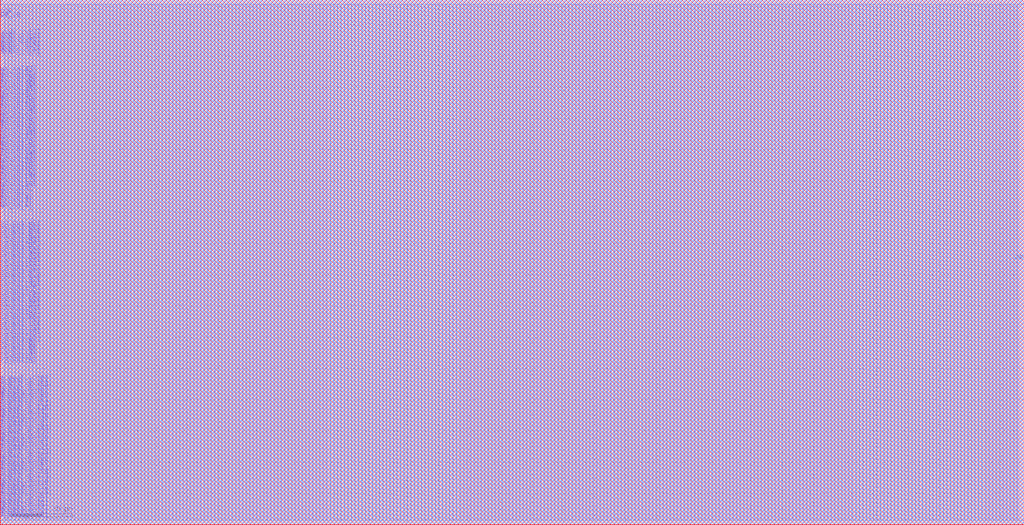
<source format=lef>
VERSION 5.7 ;
BUSBITCHARS "[]" ;
MACRO fakeram65_1024x64
  FOREIGN fakeram65_1024x64 0 0 ;
  SYMMETRY X Y R90 ;
  SIZE 327.300 BY 168.000 ;
  CLASS BLOCK ;
  PIN w_mask_in[0]
    DIRECTION INPUT ;
    USE SIGNAL ;
    SHAPE ABUTMENT ;
    PORT
      LAYER M3 ;
      RECT 0.000 1.365 0.070 1.435 ;
    END
  END w_mask_in[0]
  PIN w_mask_in[1]
    DIRECTION INPUT ;
    USE SIGNAL ;
    SHAPE ABUTMENT ;
    PORT
      LAYER M3 ;
      RECT 0.000 2.065 0.070 2.135 ;
    END
  END w_mask_in[1]
  PIN w_mask_in[2]
    DIRECTION INPUT ;
    USE SIGNAL ;
    SHAPE ABUTMENT ;
    PORT
      LAYER M3 ;
      RECT 0.000 2.765 0.070 2.835 ;
    END
  END w_mask_in[2]
  PIN w_mask_in[3]
    DIRECTION INPUT ;
    USE SIGNAL ;
    SHAPE ABUTMENT ;
    PORT
      LAYER M3 ;
      RECT 0.000 3.465 0.070 3.535 ;
    END
  END w_mask_in[3]
  PIN w_mask_in[4]
    DIRECTION INPUT ;
    USE SIGNAL ;
    SHAPE ABUTMENT ;
    PORT
      LAYER M3 ;
      RECT 0.000 4.165 0.070 4.235 ;
    END
  END w_mask_in[4]
  PIN w_mask_in[5]
    DIRECTION INPUT ;
    USE SIGNAL ;
    SHAPE ABUTMENT ;
    PORT
      LAYER M3 ;
      RECT 0.000 4.865 0.070 4.935 ;
    END
  END w_mask_in[5]
  PIN w_mask_in[6]
    DIRECTION INPUT ;
    USE SIGNAL ;
    SHAPE ABUTMENT ;
    PORT
      LAYER M3 ;
      RECT 0.000 5.565 0.070 5.635 ;
    END
  END w_mask_in[6]
  PIN w_mask_in[7]
    DIRECTION INPUT ;
    USE SIGNAL ;
    SHAPE ABUTMENT ;
    PORT
      LAYER M3 ;
      RECT 0.000 6.265 0.070 6.335 ;
    END
  END w_mask_in[7]
  PIN w_mask_in[8]
    DIRECTION INPUT ;
    USE SIGNAL ;
    SHAPE ABUTMENT ;
    PORT
      LAYER M3 ;
      RECT 0.000 6.965 0.070 7.035 ;
    END
  END w_mask_in[8]
  PIN w_mask_in[9]
    DIRECTION INPUT ;
    USE SIGNAL ;
    SHAPE ABUTMENT ;
    PORT
      LAYER M3 ;
      RECT 0.000 7.665 0.070 7.735 ;
    END
  END w_mask_in[9]
  PIN w_mask_in[10]
    DIRECTION INPUT ;
    USE SIGNAL ;
    SHAPE ABUTMENT ;
    PORT
      LAYER M3 ;
      RECT 0.000 8.365 0.070 8.435 ;
    END
  END w_mask_in[10]
  PIN w_mask_in[11]
    DIRECTION INPUT ;
    USE SIGNAL ;
    SHAPE ABUTMENT ;
    PORT
      LAYER M3 ;
      RECT 0.000 9.065 0.070 9.135 ;
    END
  END w_mask_in[11]
  PIN w_mask_in[12]
    DIRECTION INPUT ;
    USE SIGNAL ;
    SHAPE ABUTMENT ;
    PORT
      LAYER M3 ;
      RECT 0.000 9.765 0.070 9.835 ;
    END
  END w_mask_in[12]
  PIN w_mask_in[13]
    DIRECTION INPUT ;
    USE SIGNAL ;
    SHAPE ABUTMENT ;
    PORT
      LAYER M3 ;
      RECT 0.000 10.465 0.070 10.535 ;
    END
  END w_mask_in[13]
  PIN w_mask_in[14]
    DIRECTION INPUT ;
    USE SIGNAL ;
    SHAPE ABUTMENT ;
    PORT
      LAYER M3 ;
      RECT 0.000 11.165 0.070 11.235 ;
    END
  END w_mask_in[14]
  PIN w_mask_in[15]
    DIRECTION INPUT ;
    USE SIGNAL ;
    SHAPE ABUTMENT ;
    PORT
      LAYER M3 ;
      RECT 0.000 11.865 0.070 11.935 ;
    END
  END w_mask_in[15]
  PIN w_mask_in[16]
    DIRECTION INPUT ;
    USE SIGNAL ;
    SHAPE ABUTMENT ;
    PORT
      LAYER M3 ;
      RECT 0.000 12.565 0.070 12.635 ;
    END
  END w_mask_in[16]
  PIN w_mask_in[17]
    DIRECTION INPUT ;
    USE SIGNAL ;
    SHAPE ABUTMENT ;
    PORT
      LAYER M3 ;
      RECT 0.000 13.265 0.070 13.335 ;
    END
  END w_mask_in[17]
  PIN w_mask_in[18]
    DIRECTION INPUT ;
    USE SIGNAL ;
    SHAPE ABUTMENT ;
    PORT
      LAYER M3 ;
      RECT 0.000 13.965 0.070 14.035 ;
    END
  END w_mask_in[18]
  PIN w_mask_in[19]
    DIRECTION INPUT ;
    USE SIGNAL ;
    SHAPE ABUTMENT ;
    PORT
      LAYER M3 ;
      RECT 0.000 14.665 0.070 14.735 ;
    END
  END w_mask_in[19]
  PIN w_mask_in[20]
    DIRECTION INPUT ;
    USE SIGNAL ;
    SHAPE ABUTMENT ;
    PORT
      LAYER M3 ;
      RECT 0.000 15.365 0.070 15.435 ;
    END
  END w_mask_in[20]
  PIN w_mask_in[21]
    DIRECTION INPUT ;
    USE SIGNAL ;
    SHAPE ABUTMENT ;
    PORT
      LAYER M3 ;
      RECT 0.000 16.065 0.070 16.135 ;
    END
  END w_mask_in[21]
  PIN w_mask_in[22]
    DIRECTION INPUT ;
    USE SIGNAL ;
    SHAPE ABUTMENT ;
    PORT
      LAYER M3 ;
      RECT 0.000 16.765 0.070 16.835 ;
    END
  END w_mask_in[22]
  PIN w_mask_in[23]
    DIRECTION INPUT ;
    USE SIGNAL ;
    SHAPE ABUTMENT ;
    PORT
      LAYER M3 ;
      RECT 0.000 17.465 0.070 17.535 ;
    END
  END w_mask_in[23]
  PIN w_mask_in[24]
    DIRECTION INPUT ;
    USE SIGNAL ;
    SHAPE ABUTMENT ;
    PORT
      LAYER M3 ;
      RECT 0.000 18.165 0.070 18.235 ;
    END
  END w_mask_in[24]
  PIN w_mask_in[25]
    DIRECTION INPUT ;
    USE SIGNAL ;
    SHAPE ABUTMENT ;
    PORT
      LAYER M3 ;
      RECT 0.000 18.865 0.070 18.935 ;
    END
  END w_mask_in[25]
  PIN w_mask_in[26]
    DIRECTION INPUT ;
    USE SIGNAL ;
    SHAPE ABUTMENT ;
    PORT
      LAYER M3 ;
      RECT 0.000 19.565 0.070 19.635 ;
    END
  END w_mask_in[26]
  PIN w_mask_in[27]
    DIRECTION INPUT ;
    USE SIGNAL ;
    SHAPE ABUTMENT ;
    PORT
      LAYER M3 ;
      RECT 0.000 20.265 0.070 20.335 ;
    END
  END w_mask_in[27]
  PIN w_mask_in[28]
    DIRECTION INPUT ;
    USE SIGNAL ;
    SHAPE ABUTMENT ;
    PORT
      LAYER M3 ;
      RECT 0.000 20.965 0.070 21.035 ;
    END
  END w_mask_in[28]
  PIN w_mask_in[29]
    DIRECTION INPUT ;
    USE SIGNAL ;
    SHAPE ABUTMENT ;
    PORT
      LAYER M3 ;
      RECT 0.000 21.665 0.070 21.735 ;
    END
  END w_mask_in[29]
  PIN w_mask_in[30]
    DIRECTION INPUT ;
    USE SIGNAL ;
    SHAPE ABUTMENT ;
    PORT
      LAYER M3 ;
      RECT 0.000 22.365 0.070 22.435 ;
    END
  END w_mask_in[30]
  PIN w_mask_in[31]
    DIRECTION INPUT ;
    USE SIGNAL ;
    SHAPE ABUTMENT ;
    PORT
      LAYER M3 ;
      RECT 0.000 23.065 0.070 23.135 ;
    END
  END w_mask_in[31]
  PIN w_mask_in[32]
    DIRECTION INPUT ;
    USE SIGNAL ;
    SHAPE ABUTMENT ;
    PORT
      LAYER M3 ;
      RECT 0.000 23.765 0.070 23.835 ;
    END
  END w_mask_in[32]
  PIN w_mask_in[33]
    DIRECTION INPUT ;
    USE SIGNAL ;
    SHAPE ABUTMENT ;
    PORT
      LAYER M3 ;
      RECT 0.000 24.465 0.070 24.535 ;
    END
  END w_mask_in[33]
  PIN w_mask_in[34]
    DIRECTION INPUT ;
    USE SIGNAL ;
    SHAPE ABUTMENT ;
    PORT
      LAYER M3 ;
      RECT 0.000 25.165 0.070 25.235 ;
    END
  END w_mask_in[34]
  PIN w_mask_in[35]
    DIRECTION INPUT ;
    USE SIGNAL ;
    SHAPE ABUTMENT ;
    PORT
      LAYER M3 ;
      RECT 0.000 25.865 0.070 25.935 ;
    END
  END w_mask_in[35]
  PIN w_mask_in[36]
    DIRECTION INPUT ;
    USE SIGNAL ;
    SHAPE ABUTMENT ;
    PORT
      LAYER M3 ;
      RECT 0.000 26.565 0.070 26.635 ;
    END
  END w_mask_in[36]
  PIN w_mask_in[37]
    DIRECTION INPUT ;
    USE SIGNAL ;
    SHAPE ABUTMENT ;
    PORT
      LAYER M3 ;
      RECT 0.000 27.265 0.070 27.335 ;
    END
  END w_mask_in[37]
  PIN w_mask_in[38]
    DIRECTION INPUT ;
    USE SIGNAL ;
    SHAPE ABUTMENT ;
    PORT
      LAYER M3 ;
      RECT 0.000 27.965 0.070 28.035 ;
    END
  END w_mask_in[38]
  PIN w_mask_in[39]
    DIRECTION INPUT ;
    USE SIGNAL ;
    SHAPE ABUTMENT ;
    PORT
      LAYER M3 ;
      RECT 0.000 28.665 0.070 28.735 ;
    END
  END w_mask_in[39]
  PIN w_mask_in[40]
    DIRECTION INPUT ;
    USE SIGNAL ;
    SHAPE ABUTMENT ;
    PORT
      LAYER M3 ;
      RECT 0.000 29.365 0.070 29.435 ;
    END
  END w_mask_in[40]
  PIN w_mask_in[41]
    DIRECTION INPUT ;
    USE SIGNAL ;
    SHAPE ABUTMENT ;
    PORT
      LAYER M3 ;
      RECT 0.000 30.065 0.070 30.135 ;
    END
  END w_mask_in[41]
  PIN w_mask_in[42]
    DIRECTION INPUT ;
    USE SIGNAL ;
    SHAPE ABUTMENT ;
    PORT
      LAYER M3 ;
      RECT 0.000 30.765 0.070 30.835 ;
    END
  END w_mask_in[42]
  PIN w_mask_in[43]
    DIRECTION INPUT ;
    USE SIGNAL ;
    SHAPE ABUTMENT ;
    PORT
      LAYER M3 ;
      RECT 0.000 31.465 0.070 31.535 ;
    END
  END w_mask_in[43]
  PIN w_mask_in[44]
    DIRECTION INPUT ;
    USE SIGNAL ;
    SHAPE ABUTMENT ;
    PORT
      LAYER M3 ;
      RECT 0.000 32.165 0.070 32.235 ;
    END
  END w_mask_in[44]
  PIN w_mask_in[45]
    DIRECTION INPUT ;
    USE SIGNAL ;
    SHAPE ABUTMENT ;
    PORT
      LAYER M3 ;
      RECT 0.000 32.865 0.070 32.935 ;
    END
  END w_mask_in[45]
  PIN w_mask_in[46]
    DIRECTION INPUT ;
    USE SIGNAL ;
    SHAPE ABUTMENT ;
    PORT
      LAYER M3 ;
      RECT 0.000 33.565 0.070 33.635 ;
    END
  END w_mask_in[46]
  PIN w_mask_in[47]
    DIRECTION INPUT ;
    USE SIGNAL ;
    SHAPE ABUTMENT ;
    PORT
      LAYER M3 ;
      RECT 0.000 34.265 0.070 34.335 ;
    END
  END w_mask_in[47]
  PIN w_mask_in[48]
    DIRECTION INPUT ;
    USE SIGNAL ;
    SHAPE ABUTMENT ;
    PORT
      LAYER M3 ;
      RECT 0.000 34.965 0.070 35.035 ;
    END
  END w_mask_in[48]
  PIN w_mask_in[49]
    DIRECTION INPUT ;
    USE SIGNAL ;
    SHAPE ABUTMENT ;
    PORT
      LAYER M3 ;
      RECT 0.000 35.665 0.070 35.735 ;
    END
  END w_mask_in[49]
  PIN w_mask_in[50]
    DIRECTION INPUT ;
    USE SIGNAL ;
    SHAPE ABUTMENT ;
    PORT
      LAYER M3 ;
      RECT 0.000 36.365 0.070 36.435 ;
    END
  END w_mask_in[50]
  PIN w_mask_in[51]
    DIRECTION INPUT ;
    USE SIGNAL ;
    SHAPE ABUTMENT ;
    PORT
      LAYER M3 ;
      RECT 0.000 37.065 0.070 37.135 ;
    END
  END w_mask_in[51]
  PIN w_mask_in[52]
    DIRECTION INPUT ;
    USE SIGNAL ;
    SHAPE ABUTMENT ;
    PORT
      LAYER M3 ;
      RECT 0.000 37.765 0.070 37.835 ;
    END
  END w_mask_in[52]
  PIN w_mask_in[53]
    DIRECTION INPUT ;
    USE SIGNAL ;
    SHAPE ABUTMENT ;
    PORT
      LAYER M3 ;
      RECT 0.000 38.465 0.070 38.535 ;
    END
  END w_mask_in[53]
  PIN w_mask_in[54]
    DIRECTION INPUT ;
    USE SIGNAL ;
    SHAPE ABUTMENT ;
    PORT
      LAYER M3 ;
      RECT 0.000 39.165 0.070 39.235 ;
    END
  END w_mask_in[54]
  PIN w_mask_in[55]
    DIRECTION INPUT ;
    USE SIGNAL ;
    SHAPE ABUTMENT ;
    PORT
      LAYER M3 ;
      RECT 0.000 39.865 0.070 39.935 ;
    END
  END w_mask_in[55]
  PIN w_mask_in[56]
    DIRECTION INPUT ;
    USE SIGNAL ;
    SHAPE ABUTMENT ;
    PORT
      LAYER M3 ;
      RECT 0.000 40.565 0.070 40.635 ;
    END
  END w_mask_in[56]
  PIN w_mask_in[57]
    DIRECTION INPUT ;
    USE SIGNAL ;
    SHAPE ABUTMENT ;
    PORT
      LAYER M3 ;
      RECT 0.000 41.265 0.070 41.335 ;
    END
  END w_mask_in[57]
  PIN w_mask_in[58]
    DIRECTION INPUT ;
    USE SIGNAL ;
    SHAPE ABUTMENT ;
    PORT
      LAYER M3 ;
      RECT 0.000 41.965 0.070 42.035 ;
    END
  END w_mask_in[58]
  PIN w_mask_in[59]
    DIRECTION INPUT ;
    USE SIGNAL ;
    SHAPE ABUTMENT ;
    PORT
      LAYER M3 ;
      RECT 0.000 42.665 0.070 42.735 ;
    END
  END w_mask_in[59]
  PIN w_mask_in[60]
    DIRECTION INPUT ;
    USE SIGNAL ;
    SHAPE ABUTMENT ;
    PORT
      LAYER M3 ;
      RECT 0.000 43.365 0.070 43.435 ;
    END
  END w_mask_in[60]
  PIN w_mask_in[61]
    DIRECTION INPUT ;
    USE SIGNAL ;
    SHAPE ABUTMENT ;
    PORT
      LAYER M3 ;
      RECT 0.000 44.065 0.070 44.135 ;
    END
  END w_mask_in[61]
  PIN w_mask_in[62]
    DIRECTION INPUT ;
    USE SIGNAL ;
    SHAPE ABUTMENT ;
    PORT
      LAYER M3 ;
      RECT 0.000 44.765 0.070 44.835 ;
    END
  END w_mask_in[62]
  PIN w_mask_in[63]
    DIRECTION INPUT ;
    USE SIGNAL ;
    SHAPE ABUTMENT ;
    PORT
      LAYER M3 ;
      RECT 0.000 45.465 0.070 45.535 ;
    END
  END w_mask_in[63]
  PIN rd_out[0]
    DIRECTION OUTPUT ;
    USE SIGNAL ;
    SHAPE ABUTMENT ;
    PORT
      LAYER M3 ;
      RECT 0.000 50.785 0.070 50.855 ;
    END
  END rd_out[0]
  PIN rd_out[1]
    DIRECTION OUTPUT ;
    USE SIGNAL ;
    SHAPE ABUTMENT ;
    PORT
      LAYER M3 ;
      RECT 0.000 51.485 0.070 51.555 ;
    END
  END rd_out[1]
  PIN rd_out[2]
    DIRECTION OUTPUT ;
    USE SIGNAL ;
    SHAPE ABUTMENT ;
    PORT
      LAYER M3 ;
      RECT 0.000 52.185 0.070 52.255 ;
    END
  END rd_out[2]
  PIN rd_out[3]
    DIRECTION OUTPUT ;
    USE SIGNAL ;
    SHAPE ABUTMENT ;
    PORT
      LAYER M3 ;
      RECT 0.000 52.885 0.070 52.955 ;
    END
  END rd_out[3]
  PIN rd_out[4]
    DIRECTION OUTPUT ;
    USE SIGNAL ;
    SHAPE ABUTMENT ;
    PORT
      LAYER M3 ;
      RECT 0.000 53.585 0.070 53.655 ;
    END
  END rd_out[4]
  PIN rd_out[5]
    DIRECTION OUTPUT ;
    USE SIGNAL ;
    SHAPE ABUTMENT ;
    PORT
      LAYER M3 ;
      RECT 0.000 54.285 0.070 54.355 ;
    END
  END rd_out[5]
  PIN rd_out[6]
    DIRECTION OUTPUT ;
    USE SIGNAL ;
    SHAPE ABUTMENT ;
    PORT
      LAYER M3 ;
      RECT 0.000 54.985 0.070 55.055 ;
    END
  END rd_out[6]
  PIN rd_out[7]
    DIRECTION OUTPUT ;
    USE SIGNAL ;
    SHAPE ABUTMENT ;
    PORT
      LAYER M3 ;
      RECT 0.000 55.685 0.070 55.755 ;
    END
  END rd_out[7]
  PIN rd_out[8]
    DIRECTION OUTPUT ;
    USE SIGNAL ;
    SHAPE ABUTMENT ;
    PORT
      LAYER M3 ;
      RECT 0.000 56.385 0.070 56.455 ;
    END
  END rd_out[8]
  PIN rd_out[9]
    DIRECTION OUTPUT ;
    USE SIGNAL ;
    SHAPE ABUTMENT ;
    PORT
      LAYER M3 ;
      RECT 0.000 57.085 0.070 57.155 ;
    END
  END rd_out[9]
  PIN rd_out[10]
    DIRECTION OUTPUT ;
    USE SIGNAL ;
    SHAPE ABUTMENT ;
    PORT
      LAYER M3 ;
      RECT 0.000 57.785 0.070 57.855 ;
    END
  END rd_out[10]
  PIN rd_out[11]
    DIRECTION OUTPUT ;
    USE SIGNAL ;
    SHAPE ABUTMENT ;
    PORT
      LAYER M3 ;
      RECT 0.000 58.485 0.070 58.555 ;
    END
  END rd_out[11]
  PIN rd_out[12]
    DIRECTION OUTPUT ;
    USE SIGNAL ;
    SHAPE ABUTMENT ;
    PORT
      LAYER M3 ;
      RECT 0.000 59.185 0.070 59.255 ;
    END
  END rd_out[12]
  PIN rd_out[13]
    DIRECTION OUTPUT ;
    USE SIGNAL ;
    SHAPE ABUTMENT ;
    PORT
      LAYER M3 ;
      RECT 0.000 59.885 0.070 59.955 ;
    END
  END rd_out[13]
  PIN rd_out[14]
    DIRECTION OUTPUT ;
    USE SIGNAL ;
    SHAPE ABUTMENT ;
    PORT
      LAYER M3 ;
      RECT 0.000 60.585 0.070 60.655 ;
    END
  END rd_out[14]
  PIN rd_out[15]
    DIRECTION OUTPUT ;
    USE SIGNAL ;
    SHAPE ABUTMENT ;
    PORT
      LAYER M3 ;
      RECT 0.000 61.285 0.070 61.355 ;
    END
  END rd_out[15]
  PIN rd_out[16]
    DIRECTION OUTPUT ;
    USE SIGNAL ;
    SHAPE ABUTMENT ;
    PORT
      LAYER M3 ;
      RECT 0.000 61.985 0.070 62.055 ;
    END
  END rd_out[16]
  PIN rd_out[17]
    DIRECTION OUTPUT ;
    USE SIGNAL ;
    SHAPE ABUTMENT ;
    PORT
      LAYER M3 ;
      RECT 0.000 62.685 0.070 62.755 ;
    END
  END rd_out[17]
  PIN rd_out[18]
    DIRECTION OUTPUT ;
    USE SIGNAL ;
    SHAPE ABUTMENT ;
    PORT
      LAYER M3 ;
      RECT 0.000 63.385 0.070 63.455 ;
    END
  END rd_out[18]
  PIN rd_out[19]
    DIRECTION OUTPUT ;
    USE SIGNAL ;
    SHAPE ABUTMENT ;
    PORT
      LAYER M3 ;
      RECT 0.000 64.085 0.070 64.155 ;
    END
  END rd_out[19]
  PIN rd_out[20]
    DIRECTION OUTPUT ;
    USE SIGNAL ;
    SHAPE ABUTMENT ;
    PORT
      LAYER M3 ;
      RECT 0.000 64.785 0.070 64.855 ;
    END
  END rd_out[20]
  PIN rd_out[21]
    DIRECTION OUTPUT ;
    USE SIGNAL ;
    SHAPE ABUTMENT ;
    PORT
      LAYER M3 ;
      RECT 0.000 65.485 0.070 65.555 ;
    END
  END rd_out[21]
  PIN rd_out[22]
    DIRECTION OUTPUT ;
    USE SIGNAL ;
    SHAPE ABUTMENT ;
    PORT
      LAYER M3 ;
      RECT 0.000 66.185 0.070 66.255 ;
    END
  END rd_out[22]
  PIN rd_out[23]
    DIRECTION OUTPUT ;
    USE SIGNAL ;
    SHAPE ABUTMENT ;
    PORT
      LAYER M3 ;
      RECT 0.000 66.885 0.070 66.955 ;
    END
  END rd_out[23]
  PIN rd_out[24]
    DIRECTION OUTPUT ;
    USE SIGNAL ;
    SHAPE ABUTMENT ;
    PORT
      LAYER M3 ;
      RECT 0.000 67.585 0.070 67.655 ;
    END
  END rd_out[24]
  PIN rd_out[25]
    DIRECTION OUTPUT ;
    USE SIGNAL ;
    SHAPE ABUTMENT ;
    PORT
      LAYER M3 ;
      RECT 0.000 68.285 0.070 68.355 ;
    END
  END rd_out[25]
  PIN rd_out[26]
    DIRECTION OUTPUT ;
    USE SIGNAL ;
    SHAPE ABUTMENT ;
    PORT
      LAYER M3 ;
      RECT 0.000 68.985 0.070 69.055 ;
    END
  END rd_out[26]
  PIN rd_out[27]
    DIRECTION OUTPUT ;
    USE SIGNAL ;
    SHAPE ABUTMENT ;
    PORT
      LAYER M3 ;
      RECT 0.000 69.685 0.070 69.755 ;
    END
  END rd_out[27]
  PIN rd_out[28]
    DIRECTION OUTPUT ;
    USE SIGNAL ;
    SHAPE ABUTMENT ;
    PORT
      LAYER M3 ;
      RECT 0.000 70.385 0.070 70.455 ;
    END
  END rd_out[28]
  PIN rd_out[29]
    DIRECTION OUTPUT ;
    USE SIGNAL ;
    SHAPE ABUTMENT ;
    PORT
      LAYER M3 ;
      RECT 0.000 71.085 0.070 71.155 ;
    END
  END rd_out[29]
  PIN rd_out[30]
    DIRECTION OUTPUT ;
    USE SIGNAL ;
    SHAPE ABUTMENT ;
    PORT
      LAYER M3 ;
      RECT 0.000 71.785 0.070 71.855 ;
    END
  END rd_out[30]
  PIN rd_out[31]
    DIRECTION OUTPUT ;
    USE SIGNAL ;
    SHAPE ABUTMENT ;
    PORT
      LAYER M3 ;
      RECT 0.000 72.485 0.070 72.555 ;
    END
  END rd_out[31]
  PIN rd_out[32]
    DIRECTION OUTPUT ;
    USE SIGNAL ;
    SHAPE ABUTMENT ;
    PORT
      LAYER M3 ;
      RECT 0.000 73.185 0.070 73.255 ;
    END
  END rd_out[32]
  PIN rd_out[33]
    DIRECTION OUTPUT ;
    USE SIGNAL ;
    SHAPE ABUTMENT ;
    PORT
      LAYER M3 ;
      RECT 0.000 73.885 0.070 73.955 ;
    END
  END rd_out[33]
  PIN rd_out[34]
    DIRECTION OUTPUT ;
    USE SIGNAL ;
    SHAPE ABUTMENT ;
    PORT
      LAYER M3 ;
      RECT 0.000 74.585 0.070 74.655 ;
    END
  END rd_out[34]
  PIN rd_out[35]
    DIRECTION OUTPUT ;
    USE SIGNAL ;
    SHAPE ABUTMENT ;
    PORT
      LAYER M3 ;
      RECT 0.000 75.285 0.070 75.355 ;
    END
  END rd_out[35]
  PIN rd_out[36]
    DIRECTION OUTPUT ;
    USE SIGNAL ;
    SHAPE ABUTMENT ;
    PORT
      LAYER M3 ;
      RECT 0.000 75.985 0.070 76.055 ;
    END
  END rd_out[36]
  PIN rd_out[37]
    DIRECTION OUTPUT ;
    USE SIGNAL ;
    SHAPE ABUTMENT ;
    PORT
      LAYER M3 ;
      RECT 0.000 76.685 0.070 76.755 ;
    END
  END rd_out[37]
  PIN rd_out[38]
    DIRECTION OUTPUT ;
    USE SIGNAL ;
    SHAPE ABUTMENT ;
    PORT
      LAYER M3 ;
      RECT 0.000 77.385 0.070 77.455 ;
    END
  END rd_out[38]
  PIN rd_out[39]
    DIRECTION OUTPUT ;
    USE SIGNAL ;
    SHAPE ABUTMENT ;
    PORT
      LAYER M3 ;
      RECT 0.000 78.085 0.070 78.155 ;
    END
  END rd_out[39]
  PIN rd_out[40]
    DIRECTION OUTPUT ;
    USE SIGNAL ;
    SHAPE ABUTMENT ;
    PORT
      LAYER M3 ;
      RECT 0.000 78.785 0.070 78.855 ;
    END
  END rd_out[40]
  PIN rd_out[41]
    DIRECTION OUTPUT ;
    USE SIGNAL ;
    SHAPE ABUTMENT ;
    PORT
      LAYER M3 ;
      RECT 0.000 79.485 0.070 79.555 ;
    END
  END rd_out[41]
  PIN rd_out[42]
    DIRECTION OUTPUT ;
    USE SIGNAL ;
    SHAPE ABUTMENT ;
    PORT
      LAYER M3 ;
      RECT 0.000 80.185 0.070 80.255 ;
    END
  END rd_out[42]
  PIN rd_out[43]
    DIRECTION OUTPUT ;
    USE SIGNAL ;
    SHAPE ABUTMENT ;
    PORT
      LAYER M3 ;
      RECT 0.000 80.885 0.070 80.955 ;
    END
  END rd_out[43]
  PIN rd_out[44]
    DIRECTION OUTPUT ;
    USE SIGNAL ;
    SHAPE ABUTMENT ;
    PORT
      LAYER M3 ;
      RECT 0.000 81.585 0.070 81.655 ;
    END
  END rd_out[44]
  PIN rd_out[45]
    DIRECTION OUTPUT ;
    USE SIGNAL ;
    SHAPE ABUTMENT ;
    PORT
      LAYER M3 ;
      RECT 0.000 82.285 0.070 82.355 ;
    END
  END rd_out[45]
  PIN rd_out[46]
    DIRECTION OUTPUT ;
    USE SIGNAL ;
    SHAPE ABUTMENT ;
    PORT
      LAYER M3 ;
      RECT 0.000 82.985 0.070 83.055 ;
    END
  END rd_out[46]
  PIN rd_out[47]
    DIRECTION OUTPUT ;
    USE SIGNAL ;
    SHAPE ABUTMENT ;
    PORT
      LAYER M3 ;
      RECT 0.000 83.685 0.070 83.755 ;
    END
  END rd_out[47]
  PIN rd_out[48]
    DIRECTION OUTPUT ;
    USE SIGNAL ;
    SHAPE ABUTMENT ;
    PORT
      LAYER M3 ;
      RECT 0.000 84.385 0.070 84.455 ;
    END
  END rd_out[48]
  PIN rd_out[49]
    DIRECTION OUTPUT ;
    USE SIGNAL ;
    SHAPE ABUTMENT ;
    PORT
      LAYER M3 ;
      RECT 0.000 85.085 0.070 85.155 ;
    END
  END rd_out[49]
  PIN rd_out[50]
    DIRECTION OUTPUT ;
    USE SIGNAL ;
    SHAPE ABUTMENT ;
    PORT
      LAYER M3 ;
      RECT 0.000 85.785 0.070 85.855 ;
    END
  END rd_out[50]
  PIN rd_out[51]
    DIRECTION OUTPUT ;
    USE SIGNAL ;
    SHAPE ABUTMENT ;
    PORT
      LAYER M3 ;
      RECT 0.000 86.485 0.070 86.555 ;
    END
  END rd_out[51]
  PIN rd_out[52]
    DIRECTION OUTPUT ;
    USE SIGNAL ;
    SHAPE ABUTMENT ;
    PORT
      LAYER M3 ;
      RECT 0.000 87.185 0.070 87.255 ;
    END
  END rd_out[52]
  PIN rd_out[53]
    DIRECTION OUTPUT ;
    USE SIGNAL ;
    SHAPE ABUTMENT ;
    PORT
      LAYER M3 ;
      RECT 0.000 87.885 0.070 87.955 ;
    END
  END rd_out[53]
  PIN rd_out[54]
    DIRECTION OUTPUT ;
    USE SIGNAL ;
    SHAPE ABUTMENT ;
    PORT
      LAYER M3 ;
      RECT 0.000 88.585 0.070 88.655 ;
    END
  END rd_out[54]
  PIN rd_out[55]
    DIRECTION OUTPUT ;
    USE SIGNAL ;
    SHAPE ABUTMENT ;
    PORT
      LAYER M3 ;
      RECT 0.000 89.285 0.070 89.355 ;
    END
  END rd_out[55]
  PIN rd_out[56]
    DIRECTION OUTPUT ;
    USE SIGNAL ;
    SHAPE ABUTMENT ;
    PORT
      LAYER M3 ;
      RECT 0.000 89.985 0.070 90.055 ;
    END
  END rd_out[56]
  PIN rd_out[57]
    DIRECTION OUTPUT ;
    USE SIGNAL ;
    SHAPE ABUTMENT ;
    PORT
      LAYER M3 ;
      RECT 0.000 90.685 0.070 90.755 ;
    END
  END rd_out[57]
  PIN rd_out[58]
    DIRECTION OUTPUT ;
    USE SIGNAL ;
    SHAPE ABUTMENT ;
    PORT
      LAYER M3 ;
      RECT 0.000 91.385 0.070 91.455 ;
    END
  END rd_out[58]
  PIN rd_out[59]
    DIRECTION OUTPUT ;
    USE SIGNAL ;
    SHAPE ABUTMENT ;
    PORT
      LAYER M3 ;
      RECT 0.000 92.085 0.070 92.155 ;
    END
  END rd_out[59]
  PIN rd_out[60]
    DIRECTION OUTPUT ;
    USE SIGNAL ;
    SHAPE ABUTMENT ;
    PORT
      LAYER M3 ;
      RECT 0.000 92.785 0.070 92.855 ;
    END
  END rd_out[60]
  PIN rd_out[61]
    DIRECTION OUTPUT ;
    USE SIGNAL ;
    SHAPE ABUTMENT ;
    PORT
      LAYER M3 ;
      RECT 0.000 93.485 0.070 93.555 ;
    END
  END rd_out[61]
  PIN rd_out[62]
    DIRECTION OUTPUT ;
    USE SIGNAL ;
    SHAPE ABUTMENT ;
    PORT
      LAYER M3 ;
      RECT 0.000 94.185 0.070 94.255 ;
    END
  END rd_out[62]
  PIN rd_out[63]
    DIRECTION OUTPUT ;
    USE SIGNAL ;
    SHAPE ABUTMENT ;
    PORT
      LAYER M3 ;
      RECT 0.000 94.885 0.070 94.955 ;
    END
  END rd_out[63]
  PIN wd_in[0]
    DIRECTION INPUT ;
    USE SIGNAL ;
    SHAPE ABUTMENT ;
    PORT
      LAYER M3 ;
      RECT 0.000 100.205 0.070 100.275 ;
    END
  END wd_in[0]
  PIN wd_in[1]
    DIRECTION INPUT ;
    USE SIGNAL ;
    SHAPE ABUTMENT ;
    PORT
      LAYER M3 ;
      RECT 0.000 100.905 0.070 100.975 ;
    END
  END wd_in[1]
  PIN wd_in[2]
    DIRECTION INPUT ;
    USE SIGNAL ;
    SHAPE ABUTMENT ;
    PORT
      LAYER M3 ;
      RECT 0.000 101.605 0.070 101.675 ;
    END
  END wd_in[2]
  PIN wd_in[3]
    DIRECTION INPUT ;
    USE SIGNAL ;
    SHAPE ABUTMENT ;
    PORT
      LAYER M3 ;
      RECT 0.000 102.305 0.070 102.375 ;
    END
  END wd_in[3]
  PIN wd_in[4]
    DIRECTION INPUT ;
    USE SIGNAL ;
    SHAPE ABUTMENT ;
    PORT
      LAYER M3 ;
      RECT 0.000 103.005 0.070 103.075 ;
    END
  END wd_in[4]
  PIN wd_in[5]
    DIRECTION INPUT ;
    USE SIGNAL ;
    SHAPE ABUTMENT ;
    PORT
      LAYER M3 ;
      RECT 0.000 103.705 0.070 103.775 ;
    END
  END wd_in[5]
  PIN wd_in[6]
    DIRECTION INPUT ;
    USE SIGNAL ;
    SHAPE ABUTMENT ;
    PORT
      LAYER M3 ;
      RECT 0.000 104.405 0.070 104.475 ;
    END
  END wd_in[6]
  PIN wd_in[7]
    DIRECTION INPUT ;
    USE SIGNAL ;
    SHAPE ABUTMENT ;
    PORT
      LAYER M3 ;
      RECT 0.000 105.105 0.070 105.175 ;
    END
  END wd_in[7]
  PIN wd_in[8]
    DIRECTION INPUT ;
    USE SIGNAL ;
    SHAPE ABUTMENT ;
    PORT
      LAYER M3 ;
      RECT 0.000 105.805 0.070 105.875 ;
    END
  END wd_in[8]
  PIN wd_in[9]
    DIRECTION INPUT ;
    USE SIGNAL ;
    SHAPE ABUTMENT ;
    PORT
      LAYER M3 ;
      RECT 0.000 106.505 0.070 106.575 ;
    END
  END wd_in[9]
  PIN wd_in[10]
    DIRECTION INPUT ;
    USE SIGNAL ;
    SHAPE ABUTMENT ;
    PORT
      LAYER M3 ;
      RECT 0.000 107.205 0.070 107.275 ;
    END
  END wd_in[10]
  PIN wd_in[11]
    DIRECTION INPUT ;
    USE SIGNAL ;
    SHAPE ABUTMENT ;
    PORT
      LAYER M3 ;
      RECT 0.000 107.905 0.070 107.975 ;
    END
  END wd_in[11]
  PIN wd_in[12]
    DIRECTION INPUT ;
    USE SIGNAL ;
    SHAPE ABUTMENT ;
    PORT
      LAYER M3 ;
      RECT 0.000 108.605 0.070 108.675 ;
    END
  END wd_in[12]
  PIN wd_in[13]
    DIRECTION INPUT ;
    USE SIGNAL ;
    SHAPE ABUTMENT ;
    PORT
      LAYER M3 ;
      RECT 0.000 109.305 0.070 109.375 ;
    END
  END wd_in[13]
  PIN wd_in[14]
    DIRECTION INPUT ;
    USE SIGNAL ;
    SHAPE ABUTMENT ;
    PORT
      LAYER M3 ;
      RECT 0.000 110.005 0.070 110.075 ;
    END
  END wd_in[14]
  PIN wd_in[15]
    DIRECTION INPUT ;
    USE SIGNAL ;
    SHAPE ABUTMENT ;
    PORT
      LAYER M3 ;
      RECT 0.000 110.705 0.070 110.775 ;
    END
  END wd_in[15]
  PIN wd_in[16]
    DIRECTION INPUT ;
    USE SIGNAL ;
    SHAPE ABUTMENT ;
    PORT
      LAYER M3 ;
      RECT 0.000 111.405 0.070 111.475 ;
    END
  END wd_in[16]
  PIN wd_in[17]
    DIRECTION INPUT ;
    USE SIGNAL ;
    SHAPE ABUTMENT ;
    PORT
      LAYER M3 ;
      RECT 0.000 112.105 0.070 112.175 ;
    END
  END wd_in[17]
  PIN wd_in[18]
    DIRECTION INPUT ;
    USE SIGNAL ;
    SHAPE ABUTMENT ;
    PORT
      LAYER M3 ;
      RECT 0.000 112.805 0.070 112.875 ;
    END
  END wd_in[18]
  PIN wd_in[19]
    DIRECTION INPUT ;
    USE SIGNAL ;
    SHAPE ABUTMENT ;
    PORT
      LAYER M3 ;
      RECT 0.000 113.505 0.070 113.575 ;
    END
  END wd_in[19]
  PIN wd_in[20]
    DIRECTION INPUT ;
    USE SIGNAL ;
    SHAPE ABUTMENT ;
    PORT
      LAYER M3 ;
      RECT 0.000 114.205 0.070 114.275 ;
    END
  END wd_in[20]
  PIN wd_in[21]
    DIRECTION INPUT ;
    USE SIGNAL ;
    SHAPE ABUTMENT ;
    PORT
      LAYER M3 ;
      RECT 0.000 114.905 0.070 114.975 ;
    END
  END wd_in[21]
  PIN wd_in[22]
    DIRECTION INPUT ;
    USE SIGNAL ;
    SHAPE ABUTMENT ;
    PORT
      LAYER M3 ;
      RECT 0.000 115.605 0.070 115.675 ;
    END
  END wd_in[22]
  PIN wd_in[23]
    DIRECTION INPUT ;
    USE SIGNAL ;
    SHAPE ABUTMENT ;
    PORT
      LAYER M3 ;
      RECT 0.000 116.305 0.070 116.375 ;
    END
  END wd_in[23]
  PIN wd_in[24]
    DIRECTION INPUT ;
    USE SIGNAL ;
    SHAPE ABUTMENT ;
    PORT
      LAYER M3 ;
      RECT 0.000 117.005 0.070 117.075 ;
    END
  END wd_in[24]
  PIN wd_in[25]
    DIRECTION INPUT ;
    USE SIGNAL ;
    SHAPE ABUTMENT ;
    PORT
      LAYER M3 ;
      RECT 0.000 117.705 0.070 117.775 ;
    END
  END wd_in[25]
  PIN wd_in[26]
    DIRECTION INPUT ;
    USE SIGNAL ;
    SHAPE ABUTMENT ;
    PORT
      LAYER M3 ;
      RECT 0.000 118.405 0.070 118.475 ;
    END
  END wd_in[26]
  PIN wd_in[27]
    DIRECTION INPUT ;
    USE SIGNAL ;
    SHAPE ABUTMENT ;
    PORT
      LAYER M3 ;
      RECT 0.000 119.105 0.070 119.175 ;
    END
  END wd_in[27]
  PIN wd_in[28]
    DIRECTION INPUT ;
    USE SIGNAL ;
    SHAPE ABUTMENT ;
    PORT
      LAYER M3 ;
      RECT 0.000 119.805 0.070 119.875 ;
    END
  END wd_in[28]
  PIN wd_in[29]
    DIRECTION INPUT ;
    USE SIGNAL ;
    SHAPE ABUTMENT ;
    PORT
      LAYER M3 ;
      RECT 0.000 120.505 0.070 120.575 ;
    END
  END wd_in[29]
  PIN wd_in[30]
    DIRECTION INPUT ;
    USE SIGNAL ;
    SHAPE ABUTMENT ;
    PORT
      LAYER M3 ;
      RECT 0.000 121.205 0.070 121.275 ;
    END
  END wd_in[30]
  PIN wd_in[31]
    DIRECTION INPUT ;
    USE SIGNAL ;
    SHAPE ABUTMENT ;
    PORT
      LAYER M3 ;
      RECT 0.000 121.905 0.070 121.975 ;
    END
  END wd_in[31]
  PIN wd_in[32]
    DIRECTION INPUT ;
    USE SIGNAL ;
    SHAPE ABUTMENT ;
    PORT
      LAYER M3 ;
      RECT 0.000 122.605 0.070 122.675 ;
    END
  END wd_in[32]
  PIN wd_in[33]
    DIRECTION INPUT ;
    USE SIGNAL ;
    SHAPE ABUTMENT ;
    PORT
      LAYER M3 ;
      RECT 0.000 123.305 0.070 123.375 ;
    END
  END wd_in[33]
  PIN wd_in[34]
    DIRECTION INPUT ;
    USE SIGNAL ;
    SHAPE ABUTMENT ;
    PORT
      LAYER M3 ;
      RECT 0.000 124.005 0.070 124.075 ;
    END
  END wd_in[34]
  PIN wd_in[35]
    DIRECTION INPUT ;
    USE SIGNAL ;
    SHAPE ABUTMENT ;
    PORT
      LAYER M3 ;
      RECT 0.000 124.705 0.070 124.775 ;
    END
  END wd_in[35]
  PIN wd_in[36]
    DIRECTION INPUT ;
    USE SIGNAL ;
    SHAPE ABUTMENT ;
    PORT
      LAYER M3 ;
      RECT 0.000 125.405 0.070 125.475 ;
    END
  END wd_in[36]
  PIN wd_in[37]
    DIRECTION INPUT ;
    USE SIGNAL ;
    SHAPE ABUTMENT ;
    PORT
      LAYER M3 ;
      RECT 0.000 126.105 0.070 126.175 ;
    END
  END wd_in[37]
  PIN wd_in[38]
    DIRECTION INPUT ;
    USE SIGNAL ;
    SHAPE ABUTMENT ;
    PORT
      LAYER M3 ;
      RECT 0.000 126.805 0.070 126.875 ;
    END
  END wd_in[38]
  PIN wd_in[39]
    DIRECTION INPUT ;
    USE SIGNAL ;
    SHAPE ABUTMENT ;
    PORT
      LAYER M3 ;
      RECT 0.000 127.505 0.070 127.575 ;
    END
  END wd_in[39]
  PIN wd_in[40]
    DIRECTION INPUT ;
    USE SIGNAL ;
    SHAPE ABUTMENT ;
    PORT
      LAYER M3 ;
      RECT 0.000 128.205 0.070 128.275 ;
    END
  END wd_in[40]
  PIN wd_in[41]
    DIRECTION INPUT ;
    USE SIGNAL ;
    SHAPE ABUTMENT ;
    PORT
      LAYER M3 ;
      RECT 0.000 128.905 0.070 128.975 ;
    END
  END wd_in[41]
  PIN wd_in[42]
    DIRECTION INPUT ;
    USE SIGNAL ;
    SHAPE ABUTMENT ;
    PORT
      LAYER M3 ;
      RECT 0.000 129.605 0.070 129.675 ;
    END
  END wd_in[42]
  PIN wd_in[43]
    DIRECTION INPUT ;
    USE SIGNAL ;
    SHAPE ABUTMENT ;
    PORT
      LAYER M3 ;
      RECT 0.000 130.305 0.070 130.375 ;
    END
  END wd_in[43]
  PIN wd_in[44]
    DIRECTION INPUT ;
    USE SIGNAL ;
    SHAPE ABUTMENT ;
    PORT
      LAYER M3 ;
      RECT 0.000 131.005 0.070 131.075 ;
    END
  END wd_in[44]
  PIN wd_in[45]
    DIRECTION INPUT ;
    USE SIGNAL ;
    SHAPE ABUTMENT ;
    PORT
      LAYER M3 ;
      RECT 0.000 131.705 0.070 131.775 ;
    END
  END wd_in[45]
  PIN wd_in[46]
    DIRECTION INPUT ;
    USE SIGNAL ;
    SHAPE ABUTMENT ;
    PORT
      LAYER M3 ;
      RECT 0.000 132.405 0.070 132.475 ;
    END
  END wd_in[46]
  PIN wd_in[47]
    DIRECTION INPUT ;
    USE SIGNAL ;
    SHAPE ABUTMENT ;
    PORT
      LAYER M3 ;
      RECT 0.000 133.105 0.070 133.175 ;
    END
  END wd_in[47]
  PIN wd_in[48]
    DIRECTION INPUT ;
    USE SIGNAL ;
    SHAPE ABUTMENT ;
    PORT
      LAYER M3 ;
      RECT 0.000 133.805 0.070 133.875 ;
    END
  END wd_in[48]
  PIN wd_in[49]
    DIRECTION INPUT ;
    USE SIGNAL ;
    SHAPE ABUTMENT ;
    PORT
      LAYER M3 ;
      RECT 0.000 134.505 0.070 134.575 ;
    END
  END wd_in[49]
  PIN wd_in[50]
    DIRECTION INPUT ;
    USE SIGNAL ;
    SHAPE ABUTMENT ;
    PORT
      LAYER M3 ;
      RECT 0.000 135.205 0.070 135.275 ;
    END
  END wd_in[50]
  PIN wd_in[51]
    DIRECTION INPUT ;
    USE SIGNAL ;
    SHAPE ABUTMENT ;
    PORT
      LAYER M3 ;
      RECT 0.000 135.905 0.070 135.975 ;
    END
  END wd_in[51]
  PIN wd_in[52]
    DIRECTION INPUT ;
    USE SIGNAL ;
    SHAPE ABUTMENT ;
    PORT
      LAYER M3 ;
      RECT 0.000 136.605 0.070 136.675 ;
    END
  END wd_in[52]
  PIN wd_in[53]
    DIRECTION INPUT ;
    USE SIGNAL ;
    SHAPE ABUTMENT ;
    PORT
      LAYER M3 ;
      RECT 0.000 137.305 0.070 137.375 ;
    END
  END wd_in[53]
  PIN wd_in[54]
    DIRECTION INPUT ;
    USE SIGNAL ;
    SHAPE ABUTMENT ;
    PORT
      LAYER M3 ;
      RECT 0.000 138.005 0.070 138.075 ;
    END
  END wd_in[54]
  PIN wd_in[55]
    DIRECTION INPUT ;
    USE SIGNAL ;
    SHAPE ABUTMENT ;
    PORT
      LAYER M3 ;
      RECT 0.000 138.705 0.070 138.775 ;
    END
  END wd_in[55]
  PIN wd_in[56]
    DIRECTION INPUT ;
    USE SIGNAL ;
    SHAPE ABUTMENT ;
    PORT
      LAYER M3 ;
      RECT 0.000 139.405 0.070 139.475 ;
    END
  END wd_in[56]
  PIN wd_in[57]
    DIRECTION INPUT ;
    USE SIGNAL ;
    SHAPE ABUTMENT ;
    PORT
      LAYER M3 ;
      RECT 0.000 140.105 0.070 140.175 ;
    END
  END wd_in[57]
  PIN wd_in[58]
    DIRECTION INPUT ;
    USE SIGNAL ;
    SHAPE ABUTMENT ;
    PORT
      LAYER M3 ;
      RECT 0.000 140.805 0.070 140.875 ;
    END
  END wd_in[58]
  PIN wd_in[59]
    DIRECTION INPUT ;
    USE SIGNAL ;
    SHAPE ABUTMENT ;
    PORT
      LAYER M3 ;
      RECT 0.000 141.505 0.070 141.575 ;
    END
  END wd_in[59]
  PIN wd_in[60]
    DIRECTION INPUT ;
    USE SIGNAL ;
    SHAPE ABUTMENT ;
    PORT
      LAYER M3 ;
      RECT 0.000 142.205 0.070 142.275 ;
    END
  END wd_in[60]
  PIN wd_in[61]
    DIRECTION INPUT ;
    USE SIGNAL ;
    SHAPE ABUTMENT ;
    PORT
      LAYER M3 ;
      RECT 0.000 142.905 0.070 142.975 ;
    END
  END wd_in[61]
  PIN wd_in[62]
    DIRECTION INPUT ;
    USE SIGNAL ;
    SHAPE ABUTMENT ;
    PORT
      LAYER M3 ;
      RECT 0.000 143.605 0.070 143.675 ;
    END
  END wd_in[62]
  PIN wd_in[63]
    DIRECTION INPUT ;
    USE SIGNAL ;
    SHAPE ABUTMENT ;
    PORT
      LAYER M3 ;
      RECT 0.000 144.305 0.070 144.375 ;
    END
  END wd_in[63]
  PIN addr_in[0]
    DIRECTION INPUT ;
    USE SIGNAL ;
    SHAPE ABUTMENT ;
    PORT
      LAYER M3 ;
      RECT 0.000 149.625 0.070 149.695 ;
    END
  END addr_in[0]
  PIN addr_in[1]
    DIRECTION INPUT ;
    USE SIGNAL ;
    SHAPE ABUTMENT ;
    PORT
      LAYER M3 ;
      RECT 0.000 150.325 0.070 150.395 ;
    END
  END addr_in[1]
  PIN addr_in[2]
    DIRECTION INPUT ;
    USE SIGNAL ;
    SHAPE ABUTMENT ;
    PORT
      LAYER M3 ;
      RECT 0.000 151.025 0.070 151.095 ;
    END
  END addr_in[2]
  PIN addr_in[3]
    DIRECTION INPUT ;
    USE SIGNAL ;
    SHAPE ABUTMENT ;
    PORT
      LAYER M3 ;
      RECT 0.000 151.725 0.070 151.795 ;
    END
  END addr_in[3]
  PIN addr_in[4]
    DIRECTION INPUT ;
    USE SIGNAL ;
    SHAPE ABUTMENT ;
    PORT
      LAYER M3 ;
      RECT 0.000 152.425 0.070 152.495 ;
    END
  END addr_in[4]
  PIN addr_in[5]
    DIRECTION INPUT ;
    USE SIGNAL ;
    SHAPE ABUTMENT ;
    PORT
      LAYER M3 ;
      RECT 0.000 153.125 0.070 153.195 ;
    END
  END addr_in[5]
  PIN addr_in[6]
    DIRECTION INPUT ;
    USE SIGNAL ;
    SHAPE ABUTMENT ;
    PORT
      LAYER M3 ;
      RECT 0.000 153.825 0.070 153.895 ;
    END
  END addr_in[6]
  PIN addr_in[7]
    DIRECTION INPUT ;
    USE SIGNAL ;
    SHAPE ABUTMENT ;
    PORT
      LAYER M3 ;
      RECT 0.000 154.525 0.070 154.595 ;
    END
  END addr_in[7]
  PIN addr_in[8]
    DIRECTION INPUT ;
    USE SIGNAL ;
    SHAPE ABUTMENT ;
    PORT
      LAYER M3 ;
      RECT 0.000 155.225 0.070 155.295 ;
    END
  END addr_in[8]
  PIN addr_in[9]
    DIRECTION INPUT ;
    USE SIGNAL ;
    SHAPE ABUTMENT ;
    PORT
      LAYER M3 ;
      RECT 0.000 155.925 0.070 155.995 ;
    END
  END addr_in[9]
  PIN we_in
    DIRECTION INPUT ;
    USE SIGNAL ;
    SHAPE ABUTMENT ;
    PORT
      LAYER M3 ;
      RECT 0.000 161.245 0.070 161.315 ;
    END
  END we_in
  PIN ce_in
    DIRECTION INPUT ;
    USE SIGNAL ;
    SHAPE ABUTMENT ;
    PORT
      LAYER M3 ;
      RECT 0.000 161.945 0.070 162.015 ;
    END
  END ce_in
  PIN clk
    DIRECTION INPUT ;
    USE SIGNAL ;
    SHAPE ABUTMENT ;
    PORT
      LAYER M3 ;
      RECT 0.000 162.645 0.070 162.715 ;
    END
  END clk
  PIN VSS
    DIRECTION INOUT ;
    USE GROUND ;
    PORT
      LAYER M4 ;
      RECT 1.260 1.400 1.540 166.600 ;
      RECT 3.500 1.400 3.780 166.600 ;
      RECT 5.740 1.400 6.020 166.600 ;
      RECT 7.980 1.400 8.260 166.600 ;
      RECT 10.220 1.400 10.500 166.600 ;
      RECT 12.460 1.400 12.740 166.600 ;
      RECT 14.700 1.400 14.980 166.600 ;
      RECT 16.940 1.400 17.220 166.600 ;
      RECT 19.180 1.400 19.460 166.600 ;
      RECT 21.420 1.400 21.700 166.600 ;
      RECT 23.660 1.400 23.940 166.600 ;
      RECT 25.900 1.400 26.180 166.600 ;
      RECT 28.140 1.400 28.420 166.600 ;
      RECT 30.380 1.400 30.660 166.600 ;
      RECT 32.620 1.400 32.900 166.600 ;
      RECT 34.860 1.400 35.140 166.600 ;
      RECT 37.100 1.400 37.380 166.600 ;
      RECT 39.340 1.400 39.620 166.600 ;
      RECT 41.580 1.400 41.860 166.600 ;
      RECT 43.820 1.400 44.100 166.600 ;
      RECT 46.060 1.400 46.340 166.600 ;
      RECT 48.300 1.400 48.580 166.600 ;
      RECT 50.540 1.400 50.820 166.600 ;
      RECT 52.780 1.400 53.060 166.600 ;
      RECT 55.020 1.400 55.300 166.600 ;
      RECT 57.260 1.400 57.540 166.600 ;
      RECT 59.500 1.400 59.780 166.600 ;
      RECT 61.740 1.400 62.020 166.600 ;
      RECT 63.980 1.400 64.260 166.600 ;
      RECT 66.220 1.400 66.500 166.600 ;
      RECT 68.460 1.400 68.740 166.600 ;
      RECT 70.700 1.400 70.980 166.600 ;
      RECT 72.940 1.400 73.220 166.600 ;
      RECT 75.180 1.400 75.460 166.600 ;
      RECT 77.420 1.400 77.700 166.600 ;
      RECT 79.660 1.400 79.940 166.600 ;
      RECT 81.900 1.400 82.180 166.600 ;
      RECT 84.140 1.400 84.420 166.600 ;
      RECT 86.380 1.400 86.660 166.600 ;
      RECT 88.620 1.400 88.900 166.600 ;
      RECT 90.860 1.400 91.140 166.600 ;
      RECT 93.100 1.400 93.380 166.600 ;
      RECT 95.340 1.400 95.620 166.600 ;
      RECT 97.580 1.400 97.860 166.600 ;
      RECT 99.820 1.400 100.100 166.600 ;
      RECT 102.060 1.400 102.340 166.600 ;
      RECT 104.300 1.400 104.580 166.600 ;
      RECT 106.540 1.400 106.820 166.600 ;
      RECT 108.780 1.400 109.060 166.600 ;
      RECT 111.020 1.400 111.300 166.600 ;
      RECT 113.260 1.400 113.540 166.600 ;
      RECT 115.500 1.400 115.780 166.600 ;
      RECT 117.740 1.400 118.020 166.600 ;
      RECT 119.980 1.400 120.260 166.600 ;
      RECT 122.220 1.400 122.500 166.600 ;
      RECT 124.460 1.400 124.740 166.600 ;
      RECT 126.700 1.400 126.980 166.600 ;
      RECT 128.940 1.400 129.220 166.600 ;
      RECT 131.180 1.400 131.460 166.600 ;
      RECT 133.420 1.400 133.700 166.600 ;
      RECT 135.660 1.400 135.940 166.600 ;
      RECT 137.900 1.400 138.180 166.600 ;
      RECT 140.140 1.400 140.420 166.600 ;
      RECT 142.380 1.400 142.660 166.600 ;
      RECT 144.620 1.400 144.900 166.600 ;
      RECT 146.860 1.400 147.140 166.600 ;
      RECT 149.100 1.400 149.380 166.600 ;
      RECT 151.340 1.400 151.620 166.600 ;
      RECT 153.580 1.400 153.860 166.600 ;
      RECT 155.820 1.400 156.100 166.600 ;
      RECT 158.060 1.400 158.340 166.600 ;
      RECT 160.300 1.400 160.580 166.600 ;
      RECT 162.540 1.400 162.820 166.600 ;
      RECT 164.780 1.400 165.060 166.600 ;
      RECT 167.020 1.400 167.300 166.600 ;
      RECT 169.260 1.400 169.540 166.600 ;
      RECT 171.500 1.400 171.780 166.600 ;
      RECT 173.740 1.400 174.020 166.600 ;
      RECT 175.980 1.400 176.260 166.600 ;
      RECT 178.220 1.400 178.500 166.600 ;
      RECT 180.460 1.400 180.740 166.600 ;
      RECT 182.700 1.400 182.980 166.600 ;
      RECT 184.940 1.400 185.220 166.600 ;
      RECT 187.180 1.400 187.460 166.600 ;
      RECT 189.420 1.400 189.700 166.600 ;
      RECT 191.660 1.400 191.940 166.600 ;
      RECT 193.900 1.400 194.180 166.600 ;
      RECT 196.140 1.400 196.420 166.600 ;
      RECT 198.380 1.400 198.660 166.600 ;
      RECT 200.620 1.400 200.900 166.600 ;
      RECT 202.860 1.400 203.140 166.600 ;
      RECT 205.100 1.400 205.380 166.600 ;
      RECT 207.340 1.400 207.620 166.600 ;
      RECT 209.580 1.400 209.860 166.600 ;
      RECT 211.820 1.400 212.100 166.600 ;
      RECT 214.060 1.400 214.340 166.600 ;
      RECT 216.300 1.400 216.580 166.600 ;
      RECT 218.540 1.400 218.820 166.600 ;
      RECT 220.780 1.400 221.060 166.600 ;
      RECT 223.020 1.400 223.300 166.600 ;
      RECT 225.260 1.400 225.540 166.600 ;
      RECT 227.500 1.400 227.780 166.600 ;
      RECT 229.740 1.400 230.020 166.600 ;
      RECT 231.980 1.400 232.260 166.600 ;
      RECT 234.220 1.400 234.500 166.600 ;
      RECT 236.460 1.400 236.740 166.600 ;
      RECT 238.700 1.400 238.980 166.600 ;
      RECT 240.940 1.400 241.220 166.600 ;
      RECT 243.180 1.400 243.460 166.600 ;
      RECT 245.420 1.400 245.700 166.600 ;
      RECT 247.660 1.400 247.940 166.600 ;
      RECT 249.900 1.400 250.180 166.600 ;
      RECT 252.140 1.400 252.420 166.600 ;
      RECT 254.380 1.400 254.660 166.600 ;
      RECT 256.620 1.400 256.900 166.600 ;
      RECT 258.860 1.400 259.140 166.600 ;
      RECT 261.100 1.400 261.380 166.600 ;
      RECT 263.340 1.400 263.620 166.600 ;
      RECT 265.580 1.400 265.860 166.600 ;
      RECT 267.820 1.400 268.100 166.600 ;
      RECT 270.060 1.400 270.340 166.600 ;
      RECT 272.300 1.400 272.580 166.600 ;
      RECT 274.540 1.400 274.820 166.600 ;
      RECT 276.780 1.400 277.060 166.600 ;
      RECT 279.020 1.400 279.300 166.600 ;
      RECT 281.260 1.400 281.540 166.600 ;
      RECT 283.500 1.400 283.780 166.600 ;
      RECT 285.740 1.400 286.020 166.600 ;
      RECT 287.980 1.400 288.260 166.600 ;
      RECT 290.220 1.400 290.500 166.600 ;
      RECT 292.460 1.400 292.740 166.600 ;
      RECT 294.700 1.400 294.980 166.600 ;
      RECT 296.940 1.400 297.220 166.600 ;
      RECT 299.180 1.400 299.460 166.600 ;
      RECT 301.420 1.400 301.700 166.600 ;
      RECT 303.660 1.400 303.940 166.600 ;
      RECT 305.900 1.400 306.180 166.600 ;
      RECT 308.140 1.400 308.420 166.600 ;
      RECT 310.380 1.400 310.660 166.600 ;
      RECT 312.620 1.400 312.900 166.600 ;
      RECT 314.860 1.400 315.140 166.600 ;
      RECT 317.100 1.400 317.380 166.600 ;
      RECT 319.340 1.400 319.620 166.600 ;
      RECT 321.580 1.400 321.860 166.600 ;
      RECT 323.820 1.400 324.100 166.600 ;
    END
  END VSS
  PIN VDD
    DIRECTION INOUT ;
    USE POWER ;
    PORT
      LAYER M4 ;
      RECT 2.380 1.400 2.660 166.600 ;
      RECT 4.620 1.400 4.900 166.600 ;
      RECT 6.860 1.400 7.140 166.600 ;
      RECT 9.100 1.400 9.380 166.600 ;
      RECT 11.340 1.400 11.620 166.600 ;
      RECT 13.580 1.400 13.860 166.600 ;
      RECT 15.820 1.400 16.100 166.600 ;
      RECT 18.060 1.400 18.340 166.600 ;
      RECT 20.300 1.400 20.580 166.600 ;
      RECT 22.540 1.400 22.820 166.600 ;
      RECT 24.780 1.400 25.060 166.600 ;
      RECT 27.020 1.400 27.300 166.600 ;
      RECT 29.260 1.400 29.540 166.600 ;
      RECT 31.500 1.400 31.780 166.600 ;
      RECT 33.740 1.400 34.020 166.600 ;
      RECT 35.980 1.400 36.260 166.600 ;
      RECT 38.220 1.400 38.500 166.600 ;
      RECT 40.460 1.400 40.740 166.600 ;
      RECT 42.700 1.400 42.980 166.600 ;
      RECT 44.940 1.400 45.220 166.600 ;
      RECT 47.180 1.400 47.460 166.600 ;
      RECT 49.420 1.400 49.700 166.600 ;
      RECT 51.660 1.400 51.940 166.600 ;
      RECT 53.900 1.400 54.180 166.600 ;
      RECT 56.140 1.400 56.420 166.600 ;
      RECT 58.380 1.400 58.660 166.600 ;
      RECT 60.620 1.400 60.900 166.600 ;
      RECT 62.860 1.400 63.140 166.600 ;
      RECT 65.100 1.400 65.380 166.600 ;
      RECT 67.340 1.400 67.620 166.600 ;
      RECT 69.580 1.400 69.860 166.600 ;
      RECT 71.820 1.400 72.100 166.600 ;
      RECT 74.060 1.400 74.340 166.600 ;
      RECT 76.300 1.400 76.580 166.600 ;
      RECT 78.540 1.400 78.820 166.600 ;
      RECT 80.780 1.400 81.060 166.600 ;
      RECT 83.020 1.400 83.300 166.600 ;
      RECT 85.260 1.400 85.540 166.600 ;
      RECT 87.500 1.400 87.780 166.600 ;
      RECT 89.740 1.400 90.020 166.600 ;
      RECT 91.980 1.400 92.260 166.600 ;
      RECT 94.220 1.400 94.500 166.600 ;
      RECT 96.460 1.400 96.740 166.600 ;
      RECT 98.700 1.400 98.980 166.600 ;
      RECT 100.940 1.400 101.220 166.600 ;
      RECT 103.180 1.400 103.460 166.600 ;
      RECT 105.420 1.400 105.700 166.600 ;
      RECT 107.660 1.400 107.940 166.600 ;
      RECT 109.900 1.400 110.180 166.600 ;
      RECT 112.140 1.400 112.420 166.600 ;
      RECT 114.380 1.400 114.660 166.600 ;
      RECT 116.620 1.400 116.900 166.600 ;
      RECT 118.860 1.400 119.140 166.600 ;
      RECT 121.100 1.400 121.380 166.600 ;
      RECT 123.340 1.400 123.620 166.600 ;
      RECT 125.580 1.400 125.860 166.600 ;
      RECT 127.820 1.400 128.100 166.600 ;
      RECT 130.060 1.400 130.340 166.600 ;
      RECT 132.300 1.400 132.580 166.600 ;
      RECT 134.540 1.400 134.820 166.600 ;
      RECT 136.780 1.400 137.060 166.600 ;
      RECT 139.020 1.400 139.300 166.600 ;
      RECT 141.260 1.400 141.540 166.600 ;
      RECT 143.500 1.400 143.780 166.600 ;
      RECT 145.740 1.400 146.020 166.600 ;
      RECT 147.980 1.400 148.260 166.600 ;
      RECT 150.220 1.400 150.500 166.600 ;
      RECT 152.460 1.400 152.740 166.600 ;
      RECT 154.700 1.400 154.980 166.600 ;
      RECT 156.940 1.400 157.220 166.600 ;
      RECT 159.180 1.400 159.460 166.600 ;
      RECT 161.420 1.400 161.700 166.600 ;
      RECT 163.660 1.400 163.940 166.600 ;
      RECT 165.900 1.400 166.180 166.600 ;
      RECT 168.140 1.400 168.420 166.600 ;
      RECT 170.380 1.400 170.660 166.600 ;
      RECT 172.620 1.400 172.900 166.600 ;
      RECT 174.860 1.400 175.140 166.600 ;
      RECT 177.100 1.400 177.380 166.600 ;
      RECT 179.340 1.400 179.620 166.600 ;
      RECT 181.580 1.400 181.860 166.600 ;
      RECT 183.820 1.400 184.100 166.600 ;
      RECT 186.060 1.400 186.340 166.600 ;
      RECT 188.300 1.400 188.580 166.600 ;
      RECT 190.540 1.400 190.820 166.600 ;
      RECT 192.780 1.400 193.060 166.600 ;
      RECT 195.020 1.400 195.300 166.600 ;
      RECT 197.260 1.400 197.540 166.600 ;
      RECT 199.500 1.400 199.780 166.600 ;
      RECT 201.740 1.400 202.020 166.600 ;
      RECT 203.980 1.400 204.260 166.600 ;
      RECT 206.220 1.400 206.500 166.600 ;
      RECT 208.460 1.400 208.740 166.600 ;
      RECT 210.700 1.400 210.980 166.600 ;
      RECT 212.940 1.400 213.220 166.600 ;
      RECT 215.180 1.400 215.460 166.600 ;
      RECT 217.420 1.400 217.700 166.600 ;
      RECT 219.660 1.400 219.940 166.600 ;
      RECT 221.900 1.400 222.180 166.600 ;
      RECT 224.140 1.400 224.420 166.600 ;
      RECT 226.380 1.400 226.660 166.600 ;
      RECT 228.620 1.400 228.900 166.600 ;
      RECT 230.860 1.400 231.140 166.600 ;
      RECT 233.100 1.400 233.380 166.600 ;
      RECT 235.340 1.400 235.620 166.600 ;
      RECT 237.580 1.400 237.860 166.600 ;
      RECT 239.820 1.400 240.100 166.600 ;
      RECT 242.060 1.400 242.340 166.600 ;
      RECT 244.300 1.400 244.580 166.600 ;
      RECT 246.540 1.400 246.820 166.600 ;
      RECT 248.780 1.400 249.060 166.600 ;
      RECT 251.020 1.400 251.300 166.600 ;
      RECT 253.260 1.400 253.540 166.600 ;
      RECT 255.500 1.400 255.780 166.600 ;
      RECT 257.740 1.400 258.020 166.600 ;
      RECT 259.980 1.400 260.260 166.600 ;
      RECT 262.220 1.400 262.500 166.600 ;
      RECT 264.460 1.400 264.740 166.600 ;
      RECT 266.700 1.400 266.980 166.600 ;
      RECT 268.940 1.400 269.220 166.600 ;
      RECT 271.180 1.400 271.460 166.600 ;
      RECT 273.420 1.400 273.700 166.600 ;
      RECT 275.660 1.400 275.940 166.600 ;
      RECT 277.900 1.400 278.180 166.600 ;
      RECT 280.140 1.400 280.420 166.600 ;
      RECT 282.380 1.400 282.660 166.600 ;
      RECT 284.620 1.400 284.900 166.600 ;
      RECT 286.860 1.400 287.140 166.600 ;
      RECT 289.100 1.400 289.380 166.600 ;
      RECT 291.340 1.400 291.620 166.600 ;
      RECT 293.580 1.400 293.860 166.600 ;
      RECT 295.820 1.400 296.100 166.600 ;
      RECT 298.060 1.400 298.340 166.600 ;
      RECT 300.300 1.400 300.580 166.600 ;
      RECT 302.540 1.400 302.820 166.600 ;
      RECT 304.780 1.400 305.060 166.600 ;
      RECT 307.020 1.400 307.300 166.600 ;
      RECT 309.260 1.400 309.540 166.600 ;
      RECT 311.500 1.400 311.780 166.600 ;
      RECT 313.740 1.400 314.020 166.600 ;
      RECT 315.980 1.400 316.260 166.600 ;
      RECT 318.220 1.400 318.500 166.600 ;
      RECT 320.460 1.400 320.740 166.600 ;
      RECT 322.700 1.400 322.980 166.600 ;
      RECT 324.940 1.400 325.220 166.600 ;
    END
  END VDD
  OBS
    LAYER M1 ;
    RECT 0 0 327.300 168.000 ;
    LAYER M2 ;
    RECT 0 0 327.300 168.000 ;
    LAYER M3 ;
    RECT 0.070 0 327.300 168.000 ;
    RECT 0 0.000 0.070 1.365 ;
    RECT 0 1.435 0.070 2.065 ;
    RECT 0 2.135 0.070 2.765 ;
    RECT 0 2.835 0.070 3.465 ;
    RECT 0 3.535 0.070 4.165 ;
    RECT 0 4.235 0.070 4.865 ;
    RECT 0 4.935 0.070 5.565 ;
    RECT 0 5.635 0.070 6.265 ;
    RECT 0 6.335 0.070 6.965 ;
    RECT 0 7.035 0.070 7.665 ;
    RECT 0 7.735 0.070 8.365 ;
    RECT 0 8.435 0.070 9.065 ;
    RECT 0 9.135 0.070 9.765 ;
    RECT 0 9.835 0.070 10.465 ;
    RECT 0 10.535 0.070 11.165 ;
    RECT 0 11.235 0.070 11.865 ;
    RECT 0 11.935 0.070 12.565 ;
    RECT 0 12.635 0.070 13.265 ;
    RECT 0 13.335 0.070 13.965 ;
    RECT 0 14.035 0.070 14.665 ;
    RECT 0 14.735 0.070 15.365 ;
    RECT 0 15.435 0.070 16.065 ;
    RECT 0 16.135 0.070 16.765 ;
    RECT 0 16.835 0.070 17.465 ;
    RECT 0 17.535 0.070 18.165 ;
    RECT 0 18.235 0.070 18.865 ;
    RECT 0 18.935 0.070 19.565 ;
    RECT 0 19.635 0.070 20.265 ;
    RECT 0 20.335 0.070 20.965 ;
    RECT 0 21.035 0.070 21.665 ;
    RECT 0 21.735 0.070 22.365 ;
    RECT 0 22.435 0.070 23.065 ;
    RECT 0 23.135 0.070 23.765 ;
    RECT 0 23.835 0.070 24.465 ;
    RECT 0 24.535 0.070 25.165 ;
    RECT 0 25.235 0.070 25.865 ;
    RECT 0 25.935 0.070 26.565 ;
    RECT 0 26.635 0.070 27.265 ;
    RECT 0 27.335 0.070 27.965 ;
    RECT 0 28.035 0.070 28.665 ;
    RECT 0 28.735 0.070 29.365 ;
    RECT 0 29.435 0.070 30.065 ;
    RECT 0 30.135 0.070 30.765 ;
    RECT 0 30.835 0.070 31.465 ;
    RECT 0 31.535 0.070 32.165 ;
    RECT 0 32.235 0.070 32.865 ;
    RECT 0 32.935 0.070 33.565 ;
    RECT 0 33.635 0.070 34.265 ;
    RECT 0 34.335 0.070 34.965 ;
    RECT 0 35.035 0.070 35.665 ;
    RECT 0 35.735 0.070 36.365 ;
    RECT 0 36.435 0.070 37.065 ;
    RECT 0 37.135 0.070 37.765 ;
    RECT 0 37.835 0.070 38.465 ;
    RECT 0 38.535 0.070 39.165 ;
    RECT 0 39.235 0.070 39.865 ;
    RECT 0 39.935 0.070 40.565 ;
    RECT 0 40.635 0.070 41.265 ;
    RECT 0 41.335 0.070 41.965 ;
    RECT 0 42.035 0.070 42.665 ;
    RECT 0 42.735 0.070 43.365 ;
    RECT 0 43.435 0.070 44.065 ;
    RECT 0 44.135 0.070 44.765 ;
    RECT 0 44.835 0.070 45.465 ;
    RECT 0 45.535 0.070 50.785 ;
    RECT 0 50.855 0.070 51.485 ;
    RECT 0 51.555 0.070 52.185 ;
    RECT 0 52.255 0.070 52.885 ;
    RECT 0 52.955 0.070 53.585 ;
    RECT 0 53.655 0.070 54.285 ;
    RECT 0 54.355 0.070 54.985 ;
    RECT 0 55.055 0.070 55.685 ;
    RECT 0 55.755 0.070 56.385 ;
    RECT 0 56.455 0.070 57.085 ;
    RECT 0 57.155 0.070 57.785 ;
    RECT 0 57.855 0.070 58.485 ;
    RECT 0 58.555 0.070 59.185 ;
    RECT 0 59.255 0.070 59.885 ;
    RECT 0 59.955 0.070 60.585 ;
    RECT 0 60.655 0.070 61.285 ;
    RECT 0 61.355 0.070 61.985 ;
    RECT 0 62.055 0.070 62.685 ;
    RECT 0 62.755 0.070 63.385 ;
    RECT 0 63.455 0.070 64.085 ;
    RECT 0 64.155 0.070 64.785 ;
    RECT 0 64.855 0.070 65.485 ;
    RECT 0 65.555 0.070 66.185 ;
    RECT 0 66.255 0.070 66.885 ;
    RECT 0 66.955 0.070 67.585 ;
    RECT 0 67.655 0.070 68.285 ;
    RECT 0 68.355 0.070 68.985 ;
    RECT 0 69.055 0.070 69.685 ;
    RECT 0 69.755 0.070 70.385 ;
    RECT 0 70.455 0.070 71.085 ;
    RECT 0 71.155 0.070 71.785 ;
    RECT 0 71.855 0.070 72.485 ;
    RECT 0 72.555 0.070 73.185 ;
    RECT 0 73.255 0.070 73.885 ;
    RECT 0 73.955 0.070 74.585 ;
    RECT 0 74.655 0.070 75.285 ;
    RECT 0 75.355 0.070 75.985 ;
    RECT 0 76.055 0.070 76.685 ;
    RECT 0 76.755 0.070 77.385 ;
    RECT 0 77.455 0.070 78.085 ;
    RECT 0 78.155 0.070 78.785 ;
    RECT 0 78.855 0.070 79.485 ;
    RECT 0 79.555 0.070 80.185 ;
    RECT 0 80.255 0.070 80.885 ;
    RECT 0 80.955 0.070 81.585 ;
    RECT 0 81.655 0.070 82.285 ;
    RECT 0 82.355 0.070 82.985 ;
    RECT 0 83.055 0.070 83.685 ;
    RECT 0 83.755 0.070 84.385 ;
    RECT 0 84.455 0.070 85.085 ;
    RECT 0 85.155 0.070 85.785 ;
    RECT 0 85.855 0.070 86.485 ;
    RECT 0 86.555 0.070 87.185 ;
    RECT 0 87.255 0.070 87.885 ;
    RECT 0 87.955 0.070 88.585 ;
    RECT 0 88.655 0.070 89.285 ;
    RECT 0 89.355 0.070 89.985 ;
    RECT 0 90.055 0.070 90.685 ;
    RECT 0 90.755 0.070 91.385 ;
    RECT 0 91.455 0.070 92.085 ;
    RECT 0 92.155 0.070 92.785 ;
    RECT 0 92.855 0.070 93.485 ;
    RECT 0 93.555 0.070 94.185 ;
    RECT 0 94.255 0.070 94.885 ;
    RECT 0 94.955 0.070 100.205 ;
    RECT 0 100.275 0.070 100.905 ;
    RECT 0 100.975 0.070 101.605 ;
    RECT 0 101.675 0.070 102.305 ;
    RECT 0 102.375 0.070 103.005 ;
    RECT 0 103.075 0.070 103.705 ;
    RECT 0 103.775 0.070 104.405 ;
    RECT 0 104.475 0.070 105.105 ;
    RECT 0 105.175 0.070 105.805 ;
    RECT 0 105.875 0.070 106.505 ;
    RECT 0 106.575 0.070 107.205 ;
    RECT 0 107.275 0.070 107.905 ;
    RECT 0 107.975 0.070 108.605 ;
    RECT 0 108.675 0.070 109.305 ;
    RECT 0 109.375 0.070 110.005 ;
    RECT 0 110.075 0.070 110.705 ;
    RECT 0 110.775 0.070 111.405 ;
    RECT 0 111.475 0.070 112.105 ;
    RECT 0 112.175 0.070 112.805 ;
    RECT 0 112.875 0.070 113.505 ;
    RECT 0 113.575 0.070 114.205 ;
    RECT 0 114.275 0.070 114.905 ;
    RECT 0 114.975 0.070 115.605 ;
    RECT 0 115.675 0.070 116.305 ;
    RECT 0 116.375 0.070 117.005 ;
    RECT 0 117.075 0.070 117.705 ;
    RECT 0 117.775 0.070 118.405 ;
    RECT 0 118.475 0.070 119.105 ;
    RECT 0 119.175 0.070 119.805 ;
    RECT 0 119.875 0.070 120.505 ;
    RECT 0 120.575 0.070 121.205 ;
    RECT 0 121.275 0.070 121.905 ;
    RECT 0 121.975 0.070 122.605 ;
    RECT 0 122.675 0.070 123.305 ;
    RECT 0 123.375 0.070 124.005 ;
    RECT 0 124.075 0.070 124.705 ;
    RECT 0 124.775 0.070 125.405 ;
    RECT 0 125.475 0.070 126.105 ;
    RECT 0 126.175 0.070 126.805 ;
    RECT 0 126.875 0.070 127.505 ;
    RECT 0 127.575 0.070 128.205 ;
    RECT 0 128.275 0.070 128.905 ;
    RECT 0 128.975 0.070 129.605 ;
    RECT 0 129.675 0.070 130.305 ;
    RECT 0 130.375 0.070 131.005 ;
    RECT 0 131.075 0.070 131.705 ;
    RECT 0 131.775 0.070 132.405 ;
    RECT 0 132.475 0.070 133.105 ;
    RECT 0 133.175 0.070 133.805 ;
    RECT 0 133.875 0.070 134.505 ;
    RECT 0 134.575 0.070 135.205 ;
    RECT 0 135.275 0.070 135.905 ;
    RECT 0 135.975 0.070 136.605 ;
    RECT 0 136.675 0.070 137.305 ;
    RECT 0 137.375 0.070 138.005 ;
    RECT 0 138.075 0.070 138.705 ;
    RECT 0 138.775 0.070 139.405 ;
    RECT 0 139.475 0.070 140.105 ;
    RECT 0 140.175 0.070 140.805 ;
    RECT 0 140.875 0.070 141.505 ;
    RECT 0 141.575 0.070 142.205 ;
    RECT 0 142.275 0.070 142.905 ;
    RECT 0 142.975 0.070 143.605 ;
    RECT 0 143.675 0.070 144.305 ;
    RECT 0 144.375 0.070 149.625 ;
    RECT 0 149.695 0.070 150.325 ;
    RECT 0 150.395 0.070 151.025 ;
    RECT 0 151.095 0.070 151.725 ;
    RECT 0 151.795 0.070 152.425 ;
    RECT 0 152.495 0.070 153.125 ;
    RECT 0 153.195 0.070 153.825 ;
    RECT 0 153.895 0.070 154.525 ;
    RECT 0 154.595 0.070 155.225 ;
    RECT 0 155.295 0.070 155.925 ;
    RECT 0 155.995 0.070 161.245 ;
    RECT 0 161.315 0.070 161.945 ;
    RECT 0 162.015 0.070 162.645 ;
    RECT 0 162.715 0.070 168.000 ;
    LAYER M4 ;
    RECT 0 0 327.300 1.400 ;
    RECT 0 166.600 327.300 168.000 ;
    RECT 0.000 1.400 1.260 166.600 ;
    RECT 1.540 1.400 2.380 166.600 ;
    RECT 2.660 1.400 3.500 166.600 ;
    RECT 3.780 1.400 4.620 166.600 ;
    RECT 4.900 1.400 5.740 166.600 ;
    RECT 6.020 1.400 6.860 166.600 ;
    RECT 7.140 1.400 7.980 166.600 ;
    RECT 8.260 1.400 9.100 166.600 ;
    RECT 9.380 1.400 10.220 166.600 ;
    RECT 10.500 1.400 11.340 166.600 ;
    RECT 11.620 1.400 12.460 166.600 ;
    RECT 12.740 1.400 13.580 166.600 ;
    RECT 13.860 1.400 14.700 166.600 ;
    RECT 14.980 1.400 15.820 166.600 ;
    RECT 16.100 1.400 16.940 166.600 ;
    RECT 17.220 1.400 18.060 166.600 ;
    RECT 18.340 1.400 19.180 166.600 ;
    RECT 19.460 1.400 20.300 166.600 ;
    RECT 20.580 1.400 21.420 166.600 ;
    RECT 21.700 1.400 22.540 166.600 ;
    RECT 22.820 1.400 23.660 166.600 ;
    RECT 23.940 1.400 24.780 166.600 ;
    RECT 25.060 1.400 25.900 166.600 ;
    RECT 26.180 1.400 27.020 166.600 ;
    RECT 27.300 1.400 28.140 166.600 ;
    RECT 28.420 1.400 29.260 166.600 ;
    RECT 29.540 1.400 30.380 166.600 ;
    RECT 30.660 1.400 31.500 166.600 ;
    RECT 31.780 1.400 32.620 166.600 ;
    RECT 32.900 1.400 33.740 166.600 ;
    RECT 34.020 1.400 34.860 166.600 ;
    RECT 35.140 1.400 35.980 166.600 ;
    RECT 36.260 1.400 37.100 166.600 ;
    RECT 37.380 1.400 38.220 166.600 ;
    RECT 38.500 1.400 39.340 166.600 ;
    RECT 39.620 1.400 40.460 166.600 ;
    RECT 40.740 1.400 41.580 166.600 ;
    RECT 41.860 1.400 42.700 166.600 ;
    RECT 42.980 1.400 43.820 166.600 ;
    RECT 44.100 1.400 44.940 166.600 ;
    RECT 45.220 1.400 46.060 166.600 ;
    RECT 46.340 1.400 47.180 166.600 ;
    RECT 47.460 1.400 48.300 166.600 ;
    RECT 48.580 1.400 49.420 166.600 ;
    RECT 49.700 1.400 50.540 166.600 ;
    RECT 50.820 1.400 51.660 166.600 ;
    RECT 51.940 1.400 52.780 166.600 ;
    RECT 53.060 1.400 53.900 166.600 ;
    RECT 54.180 1.400 55.020 166.600 ;
    RECT 55.300 1.400 56.140 166.600 ;
    RECT 56.420 1.400 57.260 166.600 ;
    RECT 57.540 1.400 58.380 166.600 ;
    RECT 58.660 1.400 59.500 166.600 ;
    RECT 59.780 1.400 60.620 166.600 ;
    RECT 60.900 1.400 61.740 166.600 ;
    RECT 62.020 1.400 62.860 166.600 ;
    RECT 63.140 1.400 63.980 166.600 ;
    RECT 64.260 1.400 65.100 166.600 ;
    RECT 65.380 1.400 66.220 166.600 ;
    RECT 66.500 1.400 67.340 166.600 ;
    RECT 67.620 1.400 68.460 166.600 ;
    RECT 68.740 1.400 69.580 166.600 ;
    RECT 69.860 1.400 70.700 166.600 ;
    RECT 70.980 1.400 71.820 166.600 ;
    RECT 72.100 1.400 72.940 166.600 ;
    RECT 73.220 1.400 74.060 166.600 ;
    RECT 74.340 1.400 75.180 166.600 ;
    RECT 75.460 1.400 76.300 166.600 ;
    RECT 76.580 1.400 77.420 166.600 ;
    RECT 77.700 1.400 78.540 166.600 ;
    RECT 78.820 1.400 79.660 166.600 ;
    RECT 79.940 1.400 80.780 166.600 ;
    RECT 81.060 1.400 81.900 166.600 ;
    RECT 82.180 1.400 83.020 166.600 ;
    RECT 83.300 1.400 84.140 166.600 ;
    RECT 84.420 1.400 85.260 166.600 ;
    RECT 85.540 1.400 86.380 166.600 ;
    RECT 86.660 1.400 87.500 166.600 ;
    RECT 87.780 1.400 88.620 166.600 ;
    RECT 88.900 1.400 89.740 166.600 ;
    RECT 90.020 1.400 90.860 166.600 ;
    RECT 91.140 1.400 91.980 166.600 ;
    RECT 92.260 1.400 93.100 166.600 ;
    RECT 93.380 1.400 94.220 166.600 ;
    RECT 94.500 1.400 95.340 166.600 ;
    RECT 95.620 1.400 96.460 166.600 ;
    RECT 96.740 1.400 97.580 166.600 ;
    RECT 97.860 1.400 98.700 166.600 ;
    RECT 98.980 1.400 99.820 166.600 ;
    RECT 100.100 1.400 100.940 166.600 ;
    RECT 101.220 1.400 102.060 166.600 ;
    RECT 102.340 1.400 103.180 166.600 ;
    RECT 103.460 1.400 104.300 166.600 ;
    RECT 104.580 1.400 105.420 166.600 ;
    RECT 105.700 1.400 106.540 166.600 ;
    RECT 106.820 1.400 107.660 166.600 ;
    RECT 107.940 1.400 108.780 166.600 ;
    RECT 109.060 1.400 109.900 166.600 ;
    RECT 110.180 1.400 111.020 166.600 ;
    RECT 111.300 1.400 112.140 166.600 ;
    RECT 112.420 1.400 113.260 166.600 ;
    RECT 113.540 1.400 114.380 166.600 ;
    RECT 114.660 1.400 115.500 166.600 ;
    RECT 115.780 1.400 116.620 166.600 ;
    RECT 116.900 1.400 117.740 166.600 ;
    RECT 118.020 1.400 118.860 166.600 ;
    RECT 119.140 1.400 119.980 166.600 ;
    RECT 120.260 1.400 121.100 166.600 ;
    RECT 121.380 1.400 122.220 166.600 ;
    RECT 122.500 1.400 123.340 166.600 ;
    RECT 123.620 1.400 124.460 166.600 ;
    RECT 124.740 1.400 125.580 166.600 ;
    RECT 125.860 1.400 126.700 166.600 ;
    RECT 126.980 1.400 127.820 166.600 ;
    RECT 128.100 1.400 128.940 166.600 ;
    RECT 129.220 1.400 130.060 166.600 ;
    RECT 130.340 1.400 131.180 166.600 ;
    RECT 131.460 1.400 132.300 166.600 ;
    RECT 132.580 1.400 133.420 166.600 ;
    RECT 133.700 1.400 134.540 166.600 ;
    RECT 134.820 1.400 135.660 166.600 ;
    RECT 135.940 1.400 136.780 166.600 ;
    RECT 137.060 1.400 137.900 166.600 ;
    RECT 138.180 1.400 139.020 166.600 ;
    RECT 139.300 1.400 140.140 166.600 ;
    RECT 140.420 1.400 141.260 166.600 ;
    RECT 141.540 1.400 142.380 166.600 ;
    RECT 142.660 1.400 143.500 166.600 ;
    RECT 143.780 1.400 144.620 166.600 ;
    RECT 144.900 1.400 145.740 166.600 ;
    RECT 146.020 1.400 146.860 166.600 ;
    RECT 147.140 1.400 147.980 166.600 ;
    RECT 148.260 1.400 149.100 166.600 ;
    RECT 149.380 1.400 150.220 166.600 ;
    RECT 150.500 1.400 151.340 166.600 ;
    RECT 151.620 1.400 152.460 166.600 ;
    RECT 152.740 1.400 153.580 166.600 ;
    RECT 153.860 1.400 154.700 166.600 ;
    RECT 154.980 1.400 155.820 166.600 ;
    RECT 156.100 1.400 156.940 166.600 ;
    RECT 157.220 1.400 158.060 166.600 ;
    RECT 158.340 1.400 159.180 166.600 ;
    RECT 159.460 1.400 160.300 166.600 ;
    RECT 160.580 1.400 161.420 166.600 ;
    RECT 161.700 1.400 162.540 166.600 ;
    RECT 162.820 1.400 163.660 166.600 ;
    RECT 163.940 1.400 164.780 166.600 ;
    RECT 165.060 1.400 165.900 166.600 ;
    RECT 166.180 1.400 167.020 166.600 ;
    RECT 167.300 1.400 168.140 166.600 ;
    RECT 168.420 1.400 169.260 166.600 ;
    RECT 169.540 1.400 170.380 166.600 ;
    RECT 170.660 1.400 171.500 166.600 ;
    RECT 171.780 1.400 172.620 166.600 ;
    RECT 172.900 1.400 173.740 166.600 ;
    RECT 174.020 1.400 174.860 166.600 ;
    RECT 175.140 1.400 175.980 166.600 ;
    RECT 176.260 1.400 177.100 166.600 ;
    RECT 177.380 1.400 178.220 166.600 ;
    RECT 178.500 1.400 179.340 166.600 ;
    RECT 179.620 1.400 180.460 166.600 ;
    RECT 180.740 1.400 181.580 166.600 ;
    RECT 181.860 1.400 182.700 166.600 ;
    RECT 182.980 1.400 183.820 166.600 ;
    RECT 184.100 1.400 184.940 166.600 ;
    RECT 185.220 1.400 186.060 166.600 ;
    RECT 186.340 1.400 187.180 166.600 ;
    RECT 187.460 1.400 188.300 166.600 ;
    RECT 188.580 1.400 189.420 166.600 ;
    RECT 189.700 1.400 190.540 166.600 ;
    RECT 190.820 1.400 191.660 166.600 ;
    RECT 191.940 1.400 192.780 166.600 ;
    RECT 193.060 1.400 193.900 166.600 ;
    RECT 194.180 1.400 195.020 166.600 ;
    RECT 195.300 1.400 196.140 166.600 ;
    RECT 196.420 1.400 197.260 166.600 ;
    RECT 197.540 1.400 198.380 166.600 ;
    RECT 198.660 1.400 199.500 166.600 ;
    RECT 199.780 1.400 200.620 166.600 ;
    RECT 200.900 1.400 201.740 166.600 ;
    RECT 202.020 1.400 202.860 166.600 ;
    RECT 203.140 1.400 203.980 166.600 ;
    RECT 204.260 1.400 205.100 166.600 ;
    RECT 205.380 1.400 206.220 166.600 ;
    RECT 206.500 1.400 207.340 166.600 ;
    RECT 207.620 1.400 208.460 166.600 ;
    RECT 208.740 1.400 209.580 166.600 ;
    RECT 209.860 1.400 210.700 166.600 ;
    RECT 210.980 1.400 211.820 166.600 ;
    RECT 212.100 1.400 212.940 166.600 ;
    RECT 213.220 1.400 214.060 166.600 ;
    RECT 214.340 1.400 215.180 166.600 ;
    RECT 215.460 1.400 216.300 166.600 ;
    RECT 216.580 1.400 217.420 166.600 ;
    RECT 217.700 1.400 218.540 166.600 ;
    RECT 218.820 1.400 219.660 166.600 ;
    RECT 219.940 1.400 220.780 166.600 ;
    RECT 221.060 1.400 221.900 166.600 ;
    RECT 222.180 1.400 223.020 166.600 ;
    RECT 223.300 1.400 224.140 166.600 ;
    RECT 224.420 1.400 225.260 166.600 ;
    RECT 225.540 1.400 226.380 166.600 ;
    RECT 226.660 1.400 227.500 166.600 ;
    RECT 227.780 1.400 228.620 166.600 ;
    RECT 228.900 1.400 229.740 166.600 ;
    RECT 230.020 1.400 230.860 166.600 ;
    RECT 231.140 1.400 231.980 166.600 ;
    RECT 232.260 1.400 233.100 166.600 ;
    RECT 233.380 1.400 234.220 166.600 ;
    RECT 234.500 1.400 235.340 166.600 ;
    RECT 235.620 1.400 236.460 166.600 ;
    RECT 236.740 1.400 237.580 166.600 ;
    RECT 237.860 1.400 238.700 166.600 ;
    RECT 238.980 1.400 239.820 166.600 ;
    RECT 240.100 1.400 240.940 166.600 ;
    RECT 241.220 1.400 242.060 166.600 ;
    RECT 242.340 1.400 243.180 166.600 ;
    RECT 243.460 1.400 244.300 166.600 ;
    RECT 244.580 1.400 245.420 166.600 ;
    RECT 245.700 1.400 246.540 166.600 ;
    RECT 246.820 1.400 247.660 166.600 ;
    RECT 247.940 1.400 248.780 166.600 ;
    RECT 249.060 1.400 249.900 166.600 ;
    RECT 250.180 1.400 251.020 166.600 ;
    RECT 251.300 1.400 252.140 166.600 ;
    RECT 252.420 1.400 253.260 166.600 ;
    RECT 253.540 1.400 254.380 166.600 ;
    RECT 254.660 1.400 255.500 166.600 ;
    RECT 255.780 1.400 256.620 166.600 ;
    RECT 256.900 1.400 257.740 166.600 ;
    RECT 258.020 1.400 258.860 166.600 ;
    RECT 259.140 1.400 259.980 166.600 ;
    RECT 260.260 1.400 261.100 166.600 ;
    RECT 261.380 1.400 262.220 166.600 ;
    RECT 262.500 1.400 263.340 166.600 ;
    RECT 263.620 1.400 264.460 166.600 ;
    RECT 264.740 1.400 265.580 166.600 ;
    RECT 265.860 1.400 266.700 166.600 ;
    RECT 266.980 1.400 267.820 166.600 ;
    RECT 268.100 1.400 268.940 166.600 ;
    RECT 269.220 1.400 270.060 166.600 ;
    RECT 270.340 1.400 271.180 166.600 ;
    RECT 271.460 1.400 272.300 166.600 ;
    RECT 272.580 1.400 273.420 166.600 ;
    RECT 273.700 1.400 274.540 166.600 ;
    RECT 274.820 1.400 275.660 166.600 ;
    RECT 275.940 1.400 276.780 166.600 ;
    RECT 277.060 1.400 277.900 166.600 ;
    RECT 278.180 1.400 279.020 166.600 ;
    RECT 279.300 1.400 280.140 166.600 ;
    RECT 280.420 1.400 281.260 166.600 ;
    RECT 281.540 1.400 282.380 166.600 ;
    RECT 282.660 1.400 283.500 166.600 ;
    RECT 283.780 1.400 284.620 166.600 ;
    RECT 284.900 1.400 285.740 166.600 ;
    RECT 286.020 1.400 286.860 166.600 ;
    RECT 287.140 1.400 287.980 166.600 ;
    RECT 288.260 1.400 289.100 166.600 ;
    RECT 289.380 1.400 290.220 166.600 ;
    RECT 290.500 1.400 291.340 166.600 ;
    RECT 291.620 1.400 292.460 166.600 ;
    RECT 292.740 1.400 293.580 166.600 ;
    RECT 293.860 1.400 294.700 166.600 ;
    RECT 294.980 1.400 295.820 166.600 ;
    RECT 296.100 1.400 296.940 166.600 ;
    RECT 297.220 1.400 298.060 166.600 ;
    RECT 298.340 1.400 299.180 166.600 ;
    RECT 299.460 1.400 300.300 166.600 ;
    RECT 300.580 1.400 301.420 166.600 ;
    RECT 301.700 1.400 302.540 166.600 ;
    RECT 302.820 1.400 303.660 166.600 ;
    RECT 303.940 1.400 304.780 166.600 ;
    RECT 305.060 1.400 305.900 166.600 ;
    RECT 306.180 1.400 307.020 166.600 ;
    RECT 307.300 1.400 308.140 166.600 ;
    RECT 308.420 1.400 309.260 166.600 ;
    RECT 309.540 1.400 310.380 166.600 ;
    RECT 310.660 1.400 311.500 166.600 ;
    RECT 311.780 1.400 312.620 166.600 ;
    RECT 312.900 1.400 313.740 166.600 ;
    RECT 314.020 1.400 314.860 166.600 ;
    RECT 315.140 1.400 315.980 166.600 ;
    RECT 316.260 1.400 317.100 166.600 ;
    RECT 317.380 1.400 318.220 166.600 ;
    RECT 318.500 1.400 319.340 166.600 ;
    RECT 319.620 1.400 320.460 166.600 ;
    RECT 320.740 1.400 321.580 166.600 ;
    RECT 321.860 1.400 322.700 166.600 ;
    RECT 322.980 1.400 323.820 166.600 ;
    RECT 324.100 1.400 324.940 166.600 ;
    RECT 325.220 1.400 327.300 166.600 ;
    LAYER OVERLAP ;
    RECT 0 0 327.300 168.000 ;
  END
END fakeram65_1024x64

END LIBRARY

</source>
